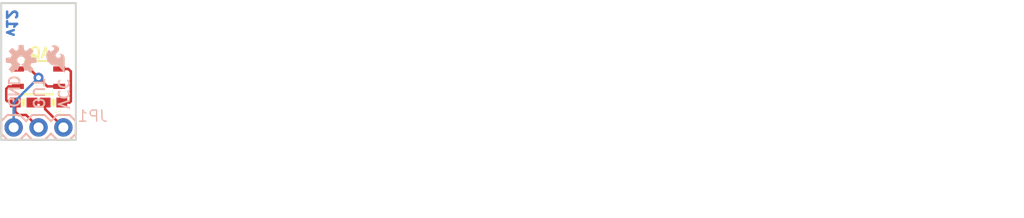
<source format=kicad_pcb>
(kicad_pcb (version 20211014) (generator pcbnew)
  (layers (0 "F.Cu" signal) (31 "B.Cu" signal) (34 "B.Paste" user) (35 "F.Paste" user) (36 "B.SilkS" user "B.Silkscreen") (37 "F.SilkS" user "F.Silkscreen") (38 "B.Mask" user) (39 "F.Mask" user) (44 "Edge.Cuts" user))
  (net 0 "")
  (net 1 "N$1")
  (net 2 "VCC")
  (net 3 "GND")
  (net 4 "OUT")
  (footprint "boardEagle:QRE1113-1_1" (layer "F.Cu") (at 148.5011 105.6386 180)
    (fp_text reference "U1" hide)
    (fp_text value "QRE11131:1" hide)
    (fp_line (start -1.37 1.424) (end -1.1 1.7) (layer "F.SilkS") (width 0.2032))
    (fp_line (start 1.4 -1.7) (end 1.4 -1.654) (layer "F.SilkS") (width 0.2032))
    (fp_line (start -1.427 -1.7) (end 1.4 -1.7) (layer "F.SilkS") (width 0.2032))
    (fp_line (start -1.427 -1.627) (end -1.427 -1.7) (layer "F.SilkS") (width 0.2032))
    (fp_line (start 1.4 1.7) (end 1.4 1.627) (layer "F.SilkS") (width 0.2032))
    (fp_line (start -1.1 1.7) (end 1.4 1.7) (layer "F.SilkS") (width 0.2032))
    (pad "1" smd rect (at -2.1082 0.889 180) (size 1.2192 0.5334) (layers "F.Cu" "F.Paste" "F.Mask") (net 1 "N$1"))
    (pad "2" smd rect (at 2.1082 0.889 180) (size 1.2192 0.5334) (layers "F.Cu" "F.Paste" "F.Mask") (net 3 "GND"))
    (pad "3" smd rect (at 2.1082 -0.889 180) (size 1.2192 0.5334) (layers "F.Cu" "F.Paste" "F.Mask") (net 4 "OUT"))
    (pad "4" smd rect (at -2.1082 -0.889 180) (size 1.2192 0.5334) (layers "F.Cu" "F.Paste" "F.Mask") (net 3 "GND"))
  )
  (footprint "boardEagle:STAND-OFF" (layer "F.Cu") (at 148.5011 100.5586)
    (fp_text reference "JP3" hide)
    (fp_text value "STAND-OFF" hide)
    (pad "" np_thru_hole circle (at 0 0) (size 3.302 3.302) (drill 3.302) (layers *.Cu *.Mask))
  )
  (footprint "boardEagle:CREATIVE_COMMONS" (layer "F.Cu") (at 166.2811 119.6086)
    (fp_text reference "CC_TEXT1" hide)
    (fp_text value "CREATIVE_COMMONS" hide)
  )
  (footprint "boardEagle:0603-RES" (layer "F.Cu") (at 150.0251 108.1786 180)
    (fp_text reference "R1" (at -0.889 -0.762 180) (layer "F.SilkS") (effects (font (size 0.373888 0.373888) (thickness 0.032512)) (justify right top)))
    (fp_text value "100")
    (fp_poly (pts (xy -0.2286 0.381) (xy 0.2286 0.381) (xy 0.2286 -0.381) (xy -0.2286 -0.381)) (layer "F.SilkS") (width 0) (fill solid))
    (pad "1" smd rect (at -0.85 0 180) (size 1.1 1) (layers "F.Cu" "F.Paste" "F.Mask") (net 1 "N$1"))
    (pad "2" smd rect (at 0.85 0 180) (size 1.1 1) (layers "F.Cu" "F.Paste" "F.Mask") (net 2 "VCC"))
  )
  (footprint "boardEagle:0603-RES" (layer "F.Cu") (at 146.9771 108.1786 180)
    (fp_text reference "R2" (at -0.889 -0.762 180) (layer "F.SilkS") (effects (font (size 0.373888 0.373888) (thickness 0.032512)) (justify right top)))
    (fp_text value "10K")
    (fp_poly (pts (xy -0.2286 0.381) (xy 0.2286 0.381) (xy 0.2286 -0.381) (xy -0.2286 -0.381)) (layer "F.SilkS") (width 0) (fill solid))
    (pad "1" smd rect (at -0.85 0 180) (size 1.1 1) (layers "F.Cu" "F.Paste" "F.Mask") (net 2 "VCC"))
    (pad "2" smd rect (at 0.85 0 180) (size 1.1 1) (layers "F.Cu" "F.Paste" "F.Mask") (net 4 "OUT"))
  )
  (footprint "boardEagle:SFE-LOGO-FLAME" (layer "B.Cu") (at 151.1681 105.1306 180)
    (fp_text reference "JP2" hide)
    (fp_text value "LOGO-SFESK" hide)
    (fp_poly (pts (xy 1.126002 2.808203) (xy 1.215449 2.785829) (xy 1.228477 2.780783) (xy 1.240149 2.774875) (xy 1.25686 2.766576) (xy 1.275552 2.759834) (xy 1.371694 2.7026) (xy 1.3793 2.7026) (xy 1.3793 2.6772) (xy 1.306833 2.6772) (xy 1.208418 2.657914) (xy 1.074855 2.495286) (xy 1.079365 2.436825) (xy 1.12809 2.341869) (xy 1.204666 2.265196) (xy 1.294069 2.200638) (xy 1.369348 2.168824) (xy 1.450737 2.171632) (xy 1.458864 2.174186) (xy 1.466257 2.177389) (xy 1.530514 2.236956) (xy 1.5368 2.259812) (xy 1.5368 2.377938) (xy 1.763707 2.148127) (xy 1.868186 1.856841) (xy 1.871603 1.856894) (xy 1.87806 1.650435) (xy 1.848857 1.45742) (xy 1.785308 1.272842) (xy 1.6663 1.061578) (xy 1.6663 1.080581) (xy 1.378131 0.80901) (xy 0.982239 0.6985) (xy 0.753005 0.6985) (xy 0.716201 0.692046) (xy 0.681776 0.679592) (xy 0.496322 0.541784) (xy -0.0126 -0.03091) (xy -0.0126 1.52077) (xy 0.060004 1.761967) (xy 0.168295 1.865489) (xy 0.307122 1.917522) (xy 0.4039 1.925089) (xy 0.499384 1.917623) (xy 0.55991 1.908099) (xy 0.557788 1.884433) (xy 0.522216 1.885242) (xy 0.501784 1.876141) (xy 0.420519 1.817154) (xy 0.400722 1.79067) (xy 0.390395 1.7285) (xy 0.400905 1.665229) (xy 0.421405 1.625174) (xy 0.452343 1.592685) (xy 0.546535 1.54355) (xy 0.652229 1.531742) (xy 0.742768 1.550084) (xy 0.82422 1.589656) (xy 0.92203 1.754659) (xy 0.907706 1.848844) (xy 0.850914 1.930401) (xy 0.584707 2.263237) (xy 0.561667 2.510855) (xy 0.627495 2.621556) (xy 0.629042 2.623103) (xy 0.778901 2.74712) (xy 1.032676 2.817064)) (layer "B.SilkS") (width 0) (fill solid))
  )
  (footprint "boardEagle:OSHW-LOGO-S" (layer "B.Cu") (at 146.7231 103.8606 180)
    (fp_text reference "U$1" hide)
    (fp_text value "OSHW-LOGOS" hide)
    (fp_poly (pts (xy 0.301647 1.061351) (xy 0.42347 1.022344) (xy 0.537177 0.963769) (xy 0.92862 1.282946) (xy 1.282946 0.92862) (xy 0.961035 0.533823) (xy 1.057046 0.302084) (xy 1.5638 0.250561) (xy 1.5638 -0.250561) (xy 1.057046 -0.302084) (xy 0.961035 -0.533823) (xy 1.282946 -0.92862) (xy 0.92862 -1.282946) (xy 0.537177 -0.96377) (xy 0.356601 -1.056794) (xy 0.088679 -0.410073) (xy 0.326262 -0.2176) (xy 0.373649 -0.121468) (xy 0.392729 -0.010339) (xy 0.379464 0.101634) (xy 0.334947 0.205229) (xy 0.262842 0.291918) (xy 0.169087 0.354561) (xy 0.061406 0.387999) (xy -0.051342 0.38948) (xy -0.159868 0.358881) (xy -0.255234 0.298724) (xy -0.329589 0.213962) (xy -0.376813 0.111569) (xy -0.392176 0.005767) (xy -0.322923 -0.222565) (xy -0.249312 -0.303773) (xy 0.091677 -0.5081) (xy -0.12929 -0.5081) (xy -0.355332 -1.053732) (xy -0.506597 -0.983577) (xy -0.538922 -0.965192) (xy -0.92862 -1.282946) (xy -1.282946 -0.92862) (xy -0.961035 -0.533823) (xy -1.057046 -0.302084) (xy -1.5638 -0.250561) (xy -1.5638 0.250561) (xy -1.057046 0.302084) (xy -0.961035 0.533823) (xy -1.282946 0.92862) (xy -0.92862 1.282946) (xy -0.533823 0.961035) (xy -0.302084 1.057046) (xy -0.250561 1.5638) (xy 0.250561 1.5638)) (layer "B.SilkS") (width 0) (fill solid))
  )
  (footprint "boardEagle:1X03" (layer "B.Cu") (at 151.0411 110.7186 180)
    (fp_text reference "JP1" (at -1.3462 1.8288) (layer "B.SilkS") (effects (font (size 1.143 1.143) (thickness 0.127)) (justify right top mirror)))
    (fp_text value "")
    (fp_line (start 0.635 1.27) (end 1.27 0.635) (layer "B.SilkS") (width 0.2032))
    (fp_line (start 3.81 -0.635) (end 3.175 -1.27) (layer "B.SilkS") (width 0.2032))
    (fp_line (start 6.35 -0.635) (end 5.715 -1.27) (layer "B.SilkS") (width 0.2032))
    (fp_line (start 4.445 -1.27) (end 3.81 -0.635) (layer "B.SilkS") (width 0.2032))
    (fp_line (start 1.27 -0.635) (end 0.635 -1.27) (layer "B.SilkS") (width 0.2032))
    (fp_line (start 1.27 0.635) (end 1.905 1.27) (layer "B.SilkS") (width 0.2032))
    (fp_line (start 3.81 0.635) (end 4.445 1.27) (layer "B.SilkS") (width 0.2032))
    (fp_line (start 0.635 -1.27) (end -0.635 -1.27) (layer "B.SilkS") (width 0.2032))
    (fp_line (start 4.445 1.27) (end 5.715 1.27) (layer "B.SilkS") (width 0.2032))
    (fp_line (start -0.635 1.27) (end -1.27 0.635) (layer "B.SilkS") (width 0.2032))
    (fp_line (start 5.715 1.27) (end 6.35 0.635) (layer "B.SilkS") (width 0.2032))
    (fp_line (start 5.715 -1.27) (end 4.445 -1.27) (layer "B.SilkS") (width 0.2032))
    (fp_line (start 3.175 1.27) (end 3.81 0.635) (layer "B.SilkS") (width 0.2032))
    (fp_line (start 1.905 -1.27) (end 1.27 -0.635) (layer "B.SilkS") (width 0.2032))
    (fp_line (start -1.27 -0.635) (end -0.635 -1.27) (layer "B.SilkS") (width 0.2032))
    (fp_line (start 1.905 1.27) (end 3.175 1.27) (layer "B.SilkS") (width 0.2032))
    (fp_line (start 3.175 -1.27) (end 1.905 -1.27) (layer "B.SilkS") (width 0.2032))
    (fp_line (start -1.27 0.635) (end -1.27 -0.635) (layer "B.SilkS") (width 0.2032))
    (fp_line (start 6.35 0.635) (end 6.35 -0.635) (layer "B.SilkS") (width 0.2032))
    (fp_line (start -0.635 1.27) (end 0.635 1.27) (layer "B.SilkS") (width 0.2032))
    (pad "1" thru_hole circle (at 0 0 90) (size 1.8796 1.8796) (drill 1.016) (layers *.Cu *.Mask) (net 2 "VCC"))
    (pad "2" thru_hole circle (at 2.54 0 90) (size 1.8796 1.8796) (drill 1.016) (layers *.Cu *.Mask) (net 4 "OUT"))
    (pad "3" thru_hole circle (at 5.08 0 90) (size 1.8796 1.8796) (drill 1.016) (layers *.Cu *.Mask) (net 3 "GND"))
  )
  (gr_line (start 152.3111 98.0186) (end 144.6911 98.0186) (layer "Edge.Cuts") (width 0.2032))
  (gr_line (start 144.6911 98.0186) (end 144.6911 111.9886) (layer "Edge.Cuts") (width 0.2032))
  (gr_line (start 152.3111 111.9886) (end 152.3111 98.0186) (layer "Edge.Cuts") (width 0.2032))
  (gr_line (start 144.6911 111.9886) (end 152.3111 111.9886) (layer "Edge.Cuts") (width 0.2032))
  (gr_text "v12" (at 146.3421 98.5266 -90) (layer "B.Cu") (effects (font (size 1.016 1.016) (thickness 0.254)) (justify right top mirror)))
  (gr_text "GND" (at 145.3261 108.8136 -90) (layer "B.SilkS") (effects (font (size 1.0795 1.0795) (thickness 0.1905)) (justify left bottom mirror)))
  (gr_text "VCC" (at 150.4061 108.9406 -90) (layer "B.SilkS") (effects (font (size 1.0795 1.0795) (thickness 0.1905)) (justify left bottom mirror)))
  (gr_text "OUT" (at 147.8661 108.9406 -90) (layer "B.SilkS") (effects (font (size 1.0795 1.0795) (thickness 0.1905)) (justify left bottom mirror)))
  (gr_text "QA" (at 147.4851 103.7336) (layer "F.SilkS") (effects (font (size 1.0795 1.0795) (thickness 0.1905)) (justify left bottom)))
  (segment (start 151.8031 105.0036) (end 151.5491 104.7496) (width 0.254) (layer "F.Cu") (net 1))
  (segment (start 151.6761 108.1786) (end 151.8031 108.0516) (width 0.254) (layer "F.Cu") (net 1))
  (segment (start 150.8751 108.1786) (end 151.6761 108.1786) (width 0.254) (layer "F.Cu") (net 1))
  (segment (start 151.8031 108.0516) (end 151.8031 105.0036) (width 0.254) (layer "F.Cu") (net 1))
  (segment (start 151.5491 104.7496) (end 150.6093 104.7496) (width 0.254) (layer "F.Cu") (net 1))
  (segment (start 149.1751 108.1786) (end 147.8271 108.1786) (width 0.254) (layer "F.Cu") (net 2))
  (segment (start 149.1751 108.1786) (end 149.1751 108.8526) (width 0.254) (layer "F.Cu") (net 2))
  (segment (start 149.1751 108.8526) (end 151.0411 110.7186) (width 0.254) (layer "F.Cu") (net 2))
  (segment (start 150.6093 106.5276) (end 149.3901 106.5276) (width 0.254) (layer "F.Cu") (net 3))
  (segment (start 146.3929 104.7496) (end 147.6121 104.7496) (width 0.254) (layer "F.Cu") (net 3))
  (segment (start 149.3901 106.5276) (end 148.5011 105.6386) (width 0.254) (layer "F.Cu") (net 3))
  (segment (start 147.6121 104.7496) (end 148.5011 105.6386) (width 0.254) (layer "F.Cu") (net 3))
  (via (at 148.5011 105.6386) (size 1.016) (drill 0.508) (layers "F.Cu" "B.Cu") (net 3))
  (segment (start 145.9611 110.7186) (end 145.9611 108.1786) (width 0.254) (layer "B.Cu") (net 3))
  (segment (start 145.9611 108.1786) (end 148.5011 105.6386) (width 0.254) (layer "B.Cu") (net 3))
  (segment (start 146.1271 108.1786) (end 145.9611 108.1786) (width 0.254) (layer "F.Cu") (net 4))
  (segment (start 147.2311 109.4486) (end 148.5011 110.7186) (width 0.254) (layer "F.Cu") (net 4))
  (segment (start 145.4531 106.5276) (end 146.3929 106.5276) (width 0.254) (layer "F.Cu") (net 4))
  (segment (start 146.1271 108.1786) (end 146.0001 108.0516) (width 0.254) (layer "F.Cu") (net 4))
  (segment (start 146.1271 109.1066) (end 146.4691 109.4486) (width 0.254) (layer "F.Cu") (net 4))
  (segment (start 146.4691 109.4486) (end 147.2311 109.4486) (width 0.254) (layer "F.Cu") (net 4))
  (segment (start 145.1991 107.9246) (end 145.1991 106.7816) (width 0.254) (layer "F.Cu") (net 4))
  (segment (start 145.3261 108.0516) (end 145.1991 107.9246) (width 0.254) (layer "F.Cu") (net 4))
  (segment (start 146.0001 108.0516) (end 145.3261 108.0516) (width 0.254) (layer "F.Cu") (net 4))
  (segment (start 145.1991 106.7816) (end 145.4531 106.5276) (width 0.254) (layer "F.Cu") (net 4))
  (segment (start 146.1271 108.1786) (end 146.1271 109.1066) (width 0.254) (layer "F.Cu") (net 4))
)
</source>
